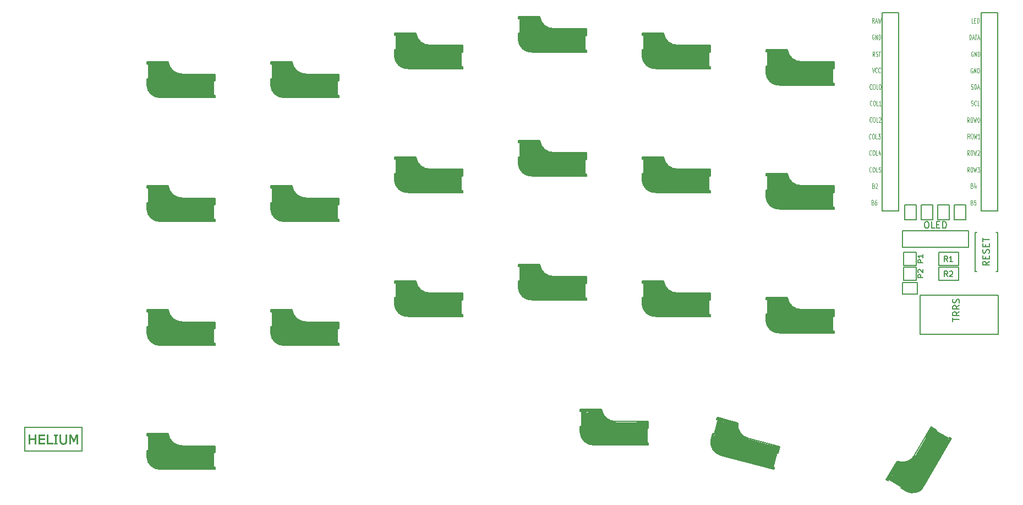
<source format=gto>
G04 #@! TF.GenerationSoftware,KiCad,Pcbnew,(5.1.0)-1*
G04 #@! TF.CreationDate,2019-06-07T23:15:03+02:00*
G04 #@! TF.ProjectId,prkbd,70726b62-642e-46b6-9963-61645f706362,1*
G04 #@! TF.SameCoordinates,Original*
G04 #@! TF.FileFunction,Legend,Top*
G04 #@! TF.FilePolarity,Positive*
%FSLAX46Y46*%
G04 Gerber Fmt 4.6, Leading zero omitted, Abs format (unit mm)*
G04 Created by KiCad (PCBNEW (5.1.0)-1) date 2019-06-07 23:15:03*
%MOMM*%
%LPD*%
G04 APERTURE LIST*
%ADD10C,0.010000*%
%ADD11C,0.400000*%
%ADD12C,0.500000*%
%ADD13C,1.000000*%
%ADD14C,0.150000*%
%ADD15C,3.500000*%
%ADD16C,3.000000*%
%ADD17C,0.800000*%
%ADD18C,0.300000*%
%ADD19C,0.125000*%
G04 APERTURE END LIST*
D10*
G36*
X57763439Y-135204691D02*
G01*
X48916561Y-135204691D01*
X48916561Y-131560222D01*
X48972201Y-131560222D01*
X48972201Y-135149050D01*
X57707798Y-135149050D01*
X57707798Y-131560222D01*
X48972201Y-131560222D01*
X48916561Y-131560222D01*
X48916561Y-131504582D01*
X57763439Y-131504582D01*
X57763439Y-135204691D01*
X57763439Y-135204691D01*
G37*
X57763439Y-135204691D02*
X48916561Y-135204691D01*
X48916561Y-131560222D01*
X48972201Y-131560222D01*
X48972201Y-135149050D01*
X57707798Y-135149050D01*
X57707798Y-131560222D01*
X48972201Y-131560222D01*
X48916561Y-131560222D01*
X48916561Y-131504582D01*
X57763439Y-131504582D01*
X57763439Y-135204691D01*
G36*
X54510556Y-133222489D02*
G01*
X54511227Y-133335190D01*
X54511869Y-133430906D01*
X54512544Y-133511200D01*
X54513316Y-133577634D01*
X54514245Y-133631770D01*
X54515394Y-133675170D01*
X54516825Y-133709398D01*
X54518600Y-133736014D01*
X54520782Y-133756582D01*
X54523432Y-133772663D01*
X54526613Y-133785820D01*
X54530386Y-133797614D01*
X54533799Y-133806922D01*
X54568141Y-133878578D01*
X54612066Y-133935477D01*
X54666433Y-133978120D01*
X54732104Y-134007006D01*
X54809938Y-134022637D01*
X54900796Y-134025511D01*
X54909304Y-134025176D01*
X54983364Y-134017950D01*
X55044420Y-134002565D01*
X55096777Y-133977517D01*
X55141601Y-133944088D01*
X55171283Y-133910097D01*
X55199538Y-133863740D01*
X55223243Y-133811118D01*
X55239276Y-133758335D01*
X55241010Y-133749811D01*
X55243002Y-133729648D01*
X55244808Y-133692407D01*
X55246402Y-133639552D01*
X55247759Y-133572551D01*
X55248856Y-133492871D01*
X55249666Y-133401979D01*
X55250167Y-133301340D01*
X55250332Y-133195722D01*
X55250332Y-132691584D01*
X55446307Y-132691584D01*
X55442872Y-133217853D01*
X55442115Y-133330295D01*
X55441385Y-133425818D01*
X55440620Y-133506048D01*
X55439754Y-133572612D01*
X55438725Y-133627138D01*
X55437467Y-133671252D01*
X55435916Y-133706581D01*
X55434010Y-133734753D01*
X55431683Y-133757394D01*
X55428871Y-133776131D01*
X55425511Y-133792592D01*
X55421539Y-133808403D01*
X55419300Y-133816584D01*
X55385126Y-133911690D01*
X55339366Y-133992369D01*
X55281789Y-134058856D01*
X55212167Y-134111384D01*
X55130269Y-134150190D01*
X55077975Y-134166268D01*
X55015069Y-134178550D01*
X54942978Y-134186559D01*
X54869317Y-134189837D01*
X54801702Y-134187922D01*
X54771711Y-134184758D01*
X54673239Y-134164198D01*
X54588219Y-134131987D01*
X54515181Y-134087485D01*
X54479843Y-134057781D01*
X54426226Y-133998134D01*
X54384310Y-133929601D01*
X54353191Y-133850068D01*
X54331959Y-133757423D01*
X54323440Y-133693212D01*
X54321463Y-133664517D01*
X54319621Y-133619570D01*
X54317957Y-133560666D01*
X54316510Y-133490098D01*
X54315322Y-133410163D01*
X54314432Y-133323154D01*
X54313883Y-133231366D01*
X54313713Y-133145001D01*
X54313713Y-132691584D01*
X54507478Y-132691584D01*
X54510556Y-133222489D01*
X54510556Y-133222489D01*
G37*
X54510556Y-133222489D02*
X54511227Y-133335190D01*
X54511869Y-133430906D01*
X54512544Y-133511200D01*
X54513316Y-133577634D01*
X54514245Y-133631770D01*
X54515394Y-133675170D01*
X54516825Y-133709398D01*
X54518600Y-133736014D01*
X54520782Y-133756582D01*
X54523432Y-133772663D01*
X54526613Y-133785820D01*
X54530386Y-133797614D01*
X54533799Y-133806922D01*
X54568141Y-133878578D01*
X54612066Y-133935477D01*
X54666433Y-133978120D01*
X54732104Y-134007006D01*
X54809938Y-134022637D01*
X54900796Y-134025511D01*
X54909304Y-134025176D01*
X54983364Y-134017950D01*
X55044420Y-134002565D01*
X55096777Y-133977517D01*
X55141601Y-133944088D01*
X55171283Y-133910097D01*
X55199538Y-133863740D01*
X55223243Y-133811118D01*
X55239276Y-133758335D01*
X55241010Y-133749811D01*
X55243002Y-133729648D01*
X55244808Y-133692407D01*
X55246402Y-133639552D01*
X55247759Y-133572551D01*
X55248856Y-133492871D01*
X55249666Y-133401979D01*
X55250167Y-133301340D01*
X55250332Y-133195722D01*
X55250332Y-132691584D01*
X55446307Y-132691584D01*
X55442872Y-133217853D01*
X55442115Y-133330295D01*
X55441385Y-133425818D01*
X55440620Y-133506048D01*
X55439754Y-133572612D01*
X55438725Y-133627138D01*
X55437467Y-133671252D01*
X55435916Y-133706581D01*
X55434010Y-133734753D01*
X55431683Y-133757394D01*
X55428871Y-133776131D01*
X55425511Y-133792592D01*
X55421539Y-133808403D01*
X55419300Y-133816584D01*
X55385126Y-133911690D01*
X55339366Y-133992369D01*
X55281789Y-134058856D01*
X55212167Y-134111384D01*
X55130269Y-134150190D01*
X55077975Y-134166268D01*
X55015069Y-134178550D01*
X54942978Y-134186559D01*
X54869317Y-134189837D01*
X54801702Y-134187922D01*
X54771711Y-134184758D01*
X54673239Y-134164198D01*
X54588219Y-134131987D01*
X54515181Y-134087485D01*
X54479843Y-134057781D01*
X54426226Y-133998134D01*
X54384310Y-133929601D01*
X54353191Y-133850068D01*
X54331959Y-133757423D01*
X54323440Y-133693212D01*
X54321463Y-133664517D01*
X54319621Y-133619570D01*
X54317957Y-133560666D01*
X54316510Y-133490098D01*
X54315322Y-133410163D01*
X54314432Y-133323154D01*
X54313883Y-133231366D01*
X54313713Y-133145001D01*
X54313713Y-132691584D01*
X54507478Y-132691584D01*
X54510556Y-133222489D01*
G36*
X49732625Y-133266538D02*
G01*
X50474501Y-133266538D01*
X50474501Y-132691584D01*
X50669244Y-132691584D01*
X50669244Y-134166064D01*
X50474501Y-134166064D01*
X50474501Y-133442734D01*
X49732625Y-133442734D01*
X49732625Y-134166064D01*
X49547156Y-134166064D01*
X49547156Y-132691584D01*
X49732625Y-132691584D01*
X49732625Y-133266538D01*
X49732625Y-133266538D01*
G37*
X49732625Y-133266538D02*
X50474501Y-133266538D01*
X50474501Y-132691584D01*
X50669244Y-132691584D01*
X50669244Y-134166064D01*
X50474501Y-134166064D01*
X50474501Y-133442734D01*
X49732625Y-133442734D01*
X49732625Y-134166064D01*
X49547156Y-134166064D01*
X49547156Y-132691584D01*
X49732625Y-132691584D01*
X49732625Y-133266538D01*
G36*
X52041716Y-132867780D02*
G01*
X51262745Y-132867780D01*
X51262745Y-133266538D01*
X52041716Y-133266538D01*
X52041716Y-133442734D01*
X51262745Y-133442734D01*
X51262745Y-133989868D01*
X52041716Y-133989868D01*
X52041716Y-134166064D01*
X51077276Y-134166064D01*
X51077276Y-132691584D01*
X52041716Y-132691584D01*
X52041716Y-132867780D01*
X52041716Y-132867780D01*
G37*
X52041716Y-132867780D02*
X51262745Y-132867780D01*
X51262745Y-133266538D01*
X52041716Y-133266538D01*
X52041716Y-133442734D01*
X51262745Y-133442734D01*
X51262745Y-133989868D01*
X52041716Y-133989868D01*
X52041716Y-134166064D01*
X51077276Y-134166064D01*
X51077276Y-132691584D01*
X52041716Y-132691584D01*
X52041716Y-132867780D01*
G36*
X52542482Y-133989868D02*
G01*
X53284359Y-133989868D01*
X53284359Y-134166064D01*
X52357013Y-134166064D01*
X52357013Y-132691584D01*
X52542482Y-132691584D01*
X52542482Y-133989868D01*
X52542482Y-133989868D01*
G37*
X52542482Y-133989868D02*
X53284359Y-133989868D01*
X53284359Y-134166064D01*
X52357013Y-134166064D01*
X52357013Y-132691584D01*
X52542482Y-132691584D01*
X52542482Y-133989868D01*
G36*
X53998415Y-132839959D02*
G01*
X53803673Y-132839959D01*
X53803673Y-134017688D01*
X53998415Y-134017688D01*
X53998415Y-134166064D01*
X53423461Y-134166064D01*
X53423461Y-134017688D01*
X53618203Y-134017688D01*
X53618203Y-132839959D01*
X53423461Y-132839959D01*
X53423461Y-132691584D01*
X53998415Y-132691584D01*
X53998415Y-132839959D01*
X53998415Y-132839959D01*
G37*
X53998415Y-132839959D02*
X53803673Y-132839959D01*
X53803673Y-134017688D01*
X53998415Y-134017688D01*
X53998415Y-134166064D01*
X53423461Y-134166064D01*
X53423461Y-134017688D01*
X53618203Y-134017688D01*
X53618203Y-132839959D01*
X53423461Y-132839959D01*
X53423461Y-132691584D01*
X53998415Y-132691584D01*
X53998415Y-132839959D01*
G36*
X55956073Y-132693648D02*
G01*
X56086859Y-132696221D01*
X56282138Y-133102295D01*
X56321011Y-133182686D01*
X56357601Y-133257496D01*
X56391107Y-133325153D01*
X56420733Y-133384085D01*
X56445679Y-133432720D01*
X56465147Y-133469485D01*
X56478338Y-133492808D01*
X56484455Y-133501118D01*
X56484656Y-133501054D01*
X56489913Y-133491404D01*
X56502160Y-133466598D01*
X56520603Y-133428314D01*
X56544446Y-133378228D01*
X56572893Y-133318018D01*
X56605150Y-133249362D01*
X56640420Y-133173936D01*
X56677185Y-133094979D01*
X56862475Y-132696221D01*
X56997659Y-132693655D01*
X57132844Y-132691088D01*
X57132844Y-134166064D01*
X56938101Y-134166064D01*
X56937981Y-133528514D01*
X56937860Y-132890963D01*
X56731646Y-133324472D01*
X56525432Y-133757980D01*
X56469325Y-133758006D01*
X56413217Y-133758032D01*
X56006119Y-132895514D01*
X56003736Y-133530789D01*
X56001354Y-134166064D01*
X55825286Y-134166064D01*
X55825286Y-132691075D01*
X55956073Y-132693648D01*
X55956073Y-132693648D01*
G37*
X55956073Y-132693648D02*
X56086859Y-132696221D01*
X56282138Y-133102295D01*
X56321011Y-133182686D01*
X56357601Y-133257496D01*
X56391107Y-133325153D01*
X56420733Y-133384085D01*
X56445679Y-133432720D01*
X56465147Y-133469485D01*
X56478338Y-133492808D01*
X56484455Y-133501118D01*
X56484656Y-133501054D01*
X56489913Y-133491404D01*
X56502160Y-133466598D01*
X56520603Y-133428314D01*
X56544446Y-133378228D01*
X56572893Y-133318018D01*
X56605150Y-133249362D01*
X56640420Y-133173936D01*
X56677185Y-133094979D01*
X56862475Y-132696221D01*
X56997659Y-132693655D01*
X57132844Y-132691088D01*
X57132844Y-134166064D01*
X56938101Y-134166064D01*
X56937981Y-133528514D01*
X56937860Y-132890963D01*
X56731646Y-133324472D01*
X56525432Y-133757980D01*
X56469325Y-133758006D01*
X56413217Y-133758032D01*
X56006119Y-132895514D01*
X56003736Y-133530789D01*
X56001354Y-134166064D01*
X55825286Y-134166064D01*
X55825286Y-132691075D01*
X55956073Y-132693648D01*
D11*
X173310000Y-76290000D02*
X173310000Y-75590000D01*
X173310000Y-78790000D02*
X171910000Y-78790000D01*
D12*
X163210000Y-73690000D02*
X165910000Y-73690000D01*
D13*
X165893682Y-73911471D02*
G75*
G03X168110000Y-75790000I2151318J291471D01*
G01*
D14*
X173510000Y-78640000D02*
X173510000Y-78990000D01*
X163009999Y-77090000D02*
G75*
G03X165110000Y-78990001I2000001J100000D01*
G01*
X166293682Y-73511471D02*
G75*
G03X168510000Y-75390000I2151318J291471D01*
G01*
X173510000Y-78990000D02*
X165110000Y-78990001D01*
X168510000Y-75390000D02*
X173510000Y-75390000D01*
X163010000Y-73490000D02*
X166290000Y-73490000D01*
X163010000Y-77090000D02*
X163010000Y-76090000D01*
X163010000Y-73490000D02*
X163010000Y-73850000D01*
X163210000Y-73850000D02*
X163010000Y-73850000D01*
X163240000Y-76090000D02*
X163240000Y-73850000D01*
X163010000Y-76090000D02*
X163210000Y-76090000D01*
X173310000Y-78640000D02*
X173510000Y-78640000D01*
X173290000Y-76390000D02*
X173290000Y-78640000D01*
X173510000Y-76390000D02*
X173310000Y-76390000D01*
X173510000Y-75390000D02*
X173510000Y-76390000D01*
D15*
X171510000Y-77190000D02*
X164810000Y-77190000D01*
D13*
X172810000Y-78390000D02*
X172810000Y-75890000D01*
D12*
X173210000Y-75690000D02*
X171810000Y-75690000D01*
D16*
X164740000Y-77490000D02*
X164740000Y-75250000D01*
D17*
X163610000Y-73990000D02*
X163610000Y-75790000D01*
D18*
X163110001Y-76190000D02*
X163110000Y-77089999D01*
X67860001Y-97145000D02*
X67860000Y-98044999D01*
D17*
X68360000Y-94945000D02*
X68360000Y-96745000D01*
D16*
X69490000Y-98445000D02*
X69490000Y-96205000D01*
D12*
X77960000Y-96645000D02*
X76560000Y-96645000D01*
D13*
X77560000Y-99345000D02*
X77560000Y-96845000D01*
D15*
X76260000Y-98145000D02*
X69560000Y-98145000D01*
D14*
X78260000Y-96345000D02*
X78260000Y-97345000D01*
X78260000Y-97345000D02*
X78060000Y-97345000D01*
X78040000Y-97345000D02*
X78040000Y-99595000D01*
X78060000Y-99595000D02*
X78260000Y-99595000D01*
X67760000Y-97045000D02*
X67960000Y-97045000D01*
X67990000Y-97045000D02*
X67990000Y-94805000D01*
X67960000Y-94805000D02*
X67760000Y-94805000D01*
X67760000Y-94445000D02*
X67760000Y-94805000D01*
X67760000Y-98045000D02*
X67760000Y-97045000D01*
X67760000Y-94445000D02*
X71040000Y-94445000D01*
X73260000Y-96345000D02*
X78260000Y-96345000D01*
X78260000Y-99945000D02*
X69860000Y-99945001D01*
X71043682Y-94466471D02*
G75*
G03X73260000Y-96345000I2151318J291471D01*
G01*
X67759999Y-98045000D02*
G75*
G03X69860000Y-99945001I2000001J100000D01*
G01*
X78260000Y-99595000D02*
X78260000Y-99945000D01*
D13*
X70643682Y-94866471D02*
G75*
G03X72860000Y-96745000I2151318J291471D01*
G01*
D12*
X67960000Y-94645000D02*
X70660000Y-94645000D01*
D11*
X78060000Y-99745000D02*
X76660000Y-99745000D01*
X78060000Y-97245000D02*
X78060000Y-96545000D01*
D14*
X198755000Y-111300000D02*
X198755000Y-117300000D01*
X198755000Y-117300000D02*
X186755000Y-117300000D01*
X186755000Y-117300000D02*
X186755000Y-111300000D01*
X186755000Y-111300000D02*
X198755000Y-111300000D01*
X184023000Y-103886000D02*
X184023000Y-101346000D01*
X194183000Y-101346000D02*
X194183000Y-103886000D01*
X184023000Y-101346000D02*
X194183000Y-101346000D01*
X184023000Y-103886000D02*
X194183000Y-103886000D01*
X184023000Y-111125000D02*
X184023000Y-109347000D01*
X186309000Y-111125000D02*
X184023000Y-111125000D01*
X186309000Y-109347000D02*
X186309000Y-111125000D01*
X184023000Y-109347000D02*
X186309000Y-109347000D01*
X193718354Y-99652090D02*
X191940354Y-99652090D01*
X193718354Y-97366090D02*
X193718354Y-99652090D01*
X191940354Y-97366090D02*
X193718354Y-97366090D01*
X191940354Y-99652090D02*
X191940354Y-97366090D01*
X189395377Y-99663869D02*
X189395377Y-97377869D01*
X189395377Y-97377869D02*
X191173377Y-97377869D01*
X191173377Y-97377869D02*
X191173377Y-99663869D01*
X191173377Y-99663869D02*
X189395377Y-99663869D01*
X188633377Y-99663869D02*
X186855377Y-99663869D01*
X188633377Y-97377869D02*
X188633377Y-99663869D01*
X186855377Y-97377869D02*
X188633377Y-97377869D01*
X186855377Y-99663869D02*
X186855377Y-97377869D01*
X184315377Y-99663869D02*
X184315377Y-97377869D01*
X184315377Y-97377869D02*
X186093377Y-97377869D01*
X186093377Y-97377869D02*
X186093377Y-99663869D01*
X186093377Y-99663869D02*
X184315377Y-99663869D01*
X184166000Y-104664000D02*
X184166000Y-106664000D01*
X186166000Y-104664000D02*
X184166000Y-104664000D01*
X186166000Y-106664000D02*
X186166000Y-104664000D01*
X184166000Y-106664000D02*
X186166000Y-106664000D01*
X184166000Y-108950000D02*
X186166000Y-108950000D01*
X186166000Y-108950000D02*
X186166000Y-106950000D01*
X186166000Y-106950000D02*
X184166000Y-106950000D01*
X184166000Y-106950000D02*
X184166000Y-108950000D01*
X189633860Y-106664760D02*
X192636140Y-106664760D01*
X189633860Y-104663240D02*
X189633860Y-106664760D01*
X192636140Y-104663240D02*
X189633860Y-104663240D01*
X192636140Y-106664760D02*
X192636140Y-104663240D01*
X192636140Y-108950760D02*
X192636140Y-106949240D01*
X192636140Y-106949240D02*
X189633860Y-106949240D01*
X189633860Y-106949240D02*
X189633860Y-108950760D01*
X189633860Y-108950760D02*
X192636140Y-108950760D01*
X198658679Y-107633437D02*
X198658679Y-101633437D01*
X198658679Y-101633437D02*
X198408679Y-101633437D01*
X198658679Y-107633437D02*
X198408679Y-107633437D01*
X195158679Y-107633437D02*
X195408679Y-107633437D01*
X195158679Y-107633437D02*
X195158679Y-101633437D01*
X195158679Y-101633437D02*
X195408679Y-101633437D01*
D18*
X67860001Y-78095000D02*
X67860000Y-78994999D01*
D17*
X68360000Y-75895000D02*
X68360000Y-77695000D01*
D16*
X69490000Y-79395000D02*
X69490000Y-77155000D01*
D12*
X77960000Y-77595000D02*
X76560000Y-77595000D01*
D13*
X77560000Y-80295000D02*
X77560000Y-77795000D01*
D15*
X76260000Y-79095000D02*
X69560000Y-79095000D01*
D14*
X78260000Y-77295000D02*
X78260000Y-78295000D01*
X78260000Y-78295000D02*
X78060000Y-78295000D01*
X78040000Y-78295000D02*
X78040000Y-80545000D01*
X78060000Y-80545000D02*
X78260000Y-80545000D01*
X67760000Y-77995000D02*
X67960000Y-77995000D01*
X67990000Y-77995000D02*
X67990000Y-75755000D01*
X67960000Y-75755000D02*
X67760000Y-75755000D01*
X67760000Y-75395000D02*
X67760000Y-75755000D01*
X67760000Y-78995000D02*
X67760000Y-77995000D01*
X67760000Y-75395000D02*
X71040000Y-75395000D01*
X73260000Y-77295000D02*
X78260000Y-77295000D01*
X78260000Y-80895000D02*
X69860000Y-80895001D01*
X71043682Y-75416471D02*
G75*
G03X73260000Y-77295000I2151318J291471D01*
G01*
X67759999Y-78995000D02*
G75*
G03X69860000Y-80895001I2000001J100000D01*
G01*
X78260000Y-80545000D02*
X78260000Y-80895000D01*
D13*
X70643682Y-75816471D02*
G75*
G03X72860000Y-77695000I2151318J291471D01*
G01*
D12*
X67960000Y-75595000D02*
X70660000Y-75595000D01*
D11*
X78060000Y-80695000D02*
X76660000Y-80695000D01*
X78060000Y-78195000D02*
X78060000Y-77495000D01*
D18*
X86910001Y-78095000D02*
X86910000Y-78994999D01*
D17*
X87410000Y-75895000D02*
X87410000Y-77695000D01*
D16*
X88540000Y-79395000D02*
X88540000Y-77155000D01*
D12*
X97010000Y-77595000D02*
X95610000Y-77595000D01*
D13*
X96610000Y-80295000D02*
X96610000Y-77795000D01*
D15*
X95310000Y-79095000D02*
X88610000Y-79095000D01*
D14*
X97310000Y-77295000D02*
X97310000Y-78295000D01*
X97310000Y-78295000D02*
X97110000Y-78295000D01*
X97090000Y-78295000D02*
X97090000Y-80545000D01*
X97110000Y-80545000D02*
X97310000Y-80545000D01*
X86810000Y-77995000D02*
X87010000Y-77995000D01*
X87040000Y-77995000D02*
X87040000Y-75755000D01*
X87010000Y-75755000D02*
X86810000Y-75755000D01*
X86810000Y-75395000D02*
X86810000Y-75755000D01*
X86810000Y-78995000D02*
X86810000Y-77995000D01*
X86810000Y-75395000D02*
X90090000Y-75395000D01*
X92310000Y-77295000D02*
X97310000Y-77295000D01*
X97310000Y-80895000D02*
X88910000Y-80895001D01*
X90093682Y-75416471D02*
G75*
G03X92310000Y-77295000I2151318J291471D01*
G01*
X86809999Y-78995000D02*
G75*
G03X88910000Y-80895001I2000001J100000D01*
G01*
X97310000Y-80545000D02*
X97310000Y-80895000D01*
D13*
X89693682Y-75816471D02*
G75*
G03X91910000Y-77695000I2151318J291471D01*
G01*
D12*
X87010000Y-75595000D02*
X89710000Y-75595000D01*
D11*
X97110000Y-80695000D02*
X95710000Y-80695000D01*
X97110000Y-78195000D02*
X97110000Y-77495000D01*
D18*
X105960001Y-73650000D02*
X105960000Y-74549999D01*
D17*
X106460000Y-71450000D02*
X106460000Y-73250000D01*
D16*
X107590000Y-74950000D02*
X107590000Y-72710000D01*
D12*
X116060000Y-73150000D02*
X114660000Y-73150000D01*
D13*
X115660000Y-75850000D02*
X115660000Y-73350000D01*
D15*
X114360000Y-74650000D02*
X107660000Y-74650000D01*
D14*
X116360000Y-72850000D02*
X116360000Y-73850000D01*
X116360000Y-73850000D02*
X116160000Y-73850000D01*
X116140000Y-73850000D02*
X116140000Y-76100000D01*
X116160000Y-76100000D02*
X116360000Y-76100000D01*
X105860000Y-73550000D02*
X106060000Y-73550000D01*
X106090000Y-73550000D02*
X106090000Y-71310000D01*
X106060000Y-71310000D02*
X105860000Y-71310000D01*
X105860000Y-70950000D02*
X105860000Y-71310000D01*
X105860000Y-74550000D02*
X105860000Y-73550000D01*
X105860000Y-70950000D02*
X109140000Y-70950000D01*
X111360000Y-72850000D02*
X116360000Y-72850000D01*
X116360000Y-76450000D02*
X107960000Y-76450001D01*
X109143682Y-70971471D02*
G75*
G03X111360000Y-72850000I2151318J291471D01*
G01*
X105859999Y-74550000D02*
G75*
G03X107960000Y-76450001I2000001J100000D01*
G01*
X116360000Y-76100000D02*
X116360000Y-76450000D01*
D13*
X108743682Y-71371471D02*
G75*
G03X110960000Y-73250000I2151318J291471D01*
G01*
D12*
X106060000Y-71150000D02*
X108760000Y-71150000D01*
D11*
X116160000Y-76250000D02*
X114760000Y-76250000D01*
X116160000Y-73750000D02*
X116160000Y-73050000D01*
X135210000Y-71210000D02*
X135210000Y-70510000D01*
X135210000Y-73710000D02*
X133810000Y-73710000D01*
D12*
X125110000Y-68610000D02*
X127810000Y-68610000D01*
D13*
X127793682Y-68831471D02*
G75*
G03X130010000Y-70710000I2151318J291471D01*
G01*
D14*
X135410000Y-73560000D02*
X135410000Y-73910000D01*
X124909999Y-72010000D02*
G75*
G03X127010000Y-73910001I2000001J100000D01*
G01*
X128193682Y-68431471D02*
G75*
G03X130410000Y-70310000I2151318J291471D01*
G01*
X135410000Y-73910000D02*
X127010000Y-73910001D01*
X130410000Y-70310000D02*
X135410000Y-70310000D01*
X124910000Y-68410000D02*
X128190000Y-68410000D01*
X124910000Y-72010000D02*
X124910000Y-71010000D01*
X124910000Y-68410000D02*
X124910000Y-68770000D01*
X125110000Y-68770000D02*
X124910000Y-68770000D01*
X125140000Y-71010000D02*
X125140000Y-68770000D01*
X124910000Y-71010000D02*
X125110000Y-71010000D01*
X135210000Y-73560000D02*
X135410000Y-73560000D01*
X135190000Y-71310000D02*
X135190000Y-73560000D01*
X135410000Y-71310000D02*
X135210000Y-71310000D01*
X135410000Y-70310000D02*
X135410000Y-71310000D01*
D15*
X133410000Y-72110000D02*
X126710000Y-72110000D01*
D13*
X134710000Y-73310000D02*
X134710000Y-70810000D01*
D12*
X135110000Y-70610000D02*
X133710000Y-70610000D01*
D16*
X126640000Y-72410000D02*
X126640000Y-70170000D01*
D17*
X125510000Y-68910000D02*
X125510000Y-70710000D01*
D18*
X125010001Y-71110000D02*
X125010000Y-72009999D01*
X144060001Y-73650000D02*
X144060000Y-74549999D01*
D17*
X144560000Y-71450000D02*
X144560000Y-73250000D01*
D16*
X145690000Y-74950000D02*
X145690000Y-72710000D01*
D12*
X154160000Y-73150000D02*
X152760000Y-73150000D01*
D13*
X153760000Y-75850000D02*
X153760000Y-73350000D01*
D15*
X152460000Y-74650000D02*
X145760000Y-74650000D01*
D14*
X154460000Y-72850000D02*
X154460000Y-73850000D01*
X154460000Y-73850000D02*
X154260000Y-73850000D01*
X154240000Y-73850000D02*
X154240000Y-76100000D01*
X154260000Y-76100000D02*
X154460000Y-76100000D01*
X143960000Y-73550000D02*
X144160000Y-73550000D01*
X144190000Y-73550000D02*
X144190000Y-71310000D01*
X144160000Y-71310000D02*
X143960000Y-71310000D01*
X143960000Y-70950000D02*
X143960000Y-71310000D01*
X143960000Y-74550000D02*
X143960000Y-73550000D01*
X143960000Y-70950000D02*
X147240000Y-70950000D01*
X149460000Y-72850000D02*
X154460000Y-72850000D01*
X154460000Y-76450000D02*
X146060000Y-76450001D01*
X147243682Y-70971471D02*
G75*
G03X149460000Y-72850000I2151318J291471D01*
G01*
X143959999Y-74550000D02*
G75*
G03X146060000Y-76450001I2000001J100000D01*
G01*
X154460000Y-76100000D02*
X154460000Y-76450000D01*
D13*
X146843682Y-71371471D02*
G75*
G03X149060000Y-73250000I2151318J291471D01*
G01*
D12*
X144160000Y-71150000D02*
X146860000Y-71150000D01*
D11*
X154260000Y-76250000D02*
X152860000Y-76250000D01*
X154260000Y-73750000D02*
X154260000Y-73050000D01*
D18*
X86910001Y-97145000D02*
X86910000Y-98044999D01*
D17*
X87410000Y-94945000D02*
X87410000Y-96745000D01*
D16*
X88540000Y-98445000D02*
X88540000Y-96205000D01*
D12*
X97010000Y-96645000D02*
X95610000Y-96645000D01*
D13*
X96610000Y-99345000D02*
X96610000Y-96845000D01*
D15*
X95310000Y-98145000D02*
X88610000Y-98145000D01*
D14*
X97310000Y-96345000D02*
X97310000Y-97345000D01*
X97310000Y-97345000D02*
X97110000Y-97345000D01*
X97090000Y-97345000D02*
X97090000Y-99595000D01*
X97110000Y-99595000D02*
X97310000Y-99595000D01*
X86810000Y-97045000D02*
X87010000Y-97045000D01*
X87040000Y-97045000D02*
X87040000Y-94805000D01*
X87010000Y-94805000D02*
X86810000Y-94805000D01*
X86810000Y-94445000D02*
X86810000Y-94805000D01*
X86810000Y-98045000D02*
X86810000Y-97045000D01*
X86810000Y-94445000D02*
X90090000Y-94445000D01*
X92310000Y-96345000D02*
X97310000Y-96345000D01*
X97310000Y-99945000D02*
X88910000Y-99945001D01*
X90093682Y-94466471D02*
G75*
G03X92310000Y-96345000I2151318J291471D01*
G01*
X86809999Y-98045000D02*
G75*
G03X88910000Y-99945001I2000001J100000D01*
G01*
X97310000Y-99595000D02*
X97310000Y-99945000D01*
D13*
X89693682Y-94866471D02*
G75*
G03X91910000Y-96745000I2151318J291471D01*
G01*
D12*
X87010000Y-94645000D02*
X89710000Y-94645000D01*
D11*
X97110000Y-99745000D02*
X95710000Y-99745000D01*
X97110000Y-97245000D02*
X97110000Y-96545000D01*
X116160000Y-92800000D02*
X116160000Y-92100000D01*
X116160000Y-95300000D02*
X114760000Y-95300000D01*
D12*
X106060000Y-90200000D02*
X108760000Y-90200000D01*
D13*
X108743682Y-90421471D02*
G75*
G03X110960000Y-92300000I2151318J291471D01*
G01*
D14*
X116360000Y-95150000D02*
X116360000Y-95500000D01*
X105859999Y-93600000D02*
G75*
G03X107960000Y-95500001I2000001J100000D01*
G01*
X109143682Y-90021471D02*
G75*
G03X111360000Y-91900000I2151318J291471D01*
G01*
X116360000Y-95500000D02*
X107960000Y-95500001D01*
X111360000Y-91900000D02*
X116360000Y-91900000D01*
X105860000Y-90000000D02*
X109140000Y-90000000D01*
X105860000Y-93600000D02*
X105860000Y-92600000D01*
X105860000Y-90000000D02*
X105860000Y-90360000D01*
X106060000Y-90360000D02*
X105860000Y-90360000D01*
X106090000Y-92600000D02*
X106090000Y-90360000D01*
X105860000Y-92600000D02*
X106060000Y-92600000D01*
X116160000Y-95150000D02*
X116360000Y-95150000D01*
X116140000Y-92900000D02*
X116140000Y-95150000D01*
X116360000Y-92900000D02*
X116160000Y-92900000D01*
X116360000Y-91900000D02*
X116360000Y-92900000D01*
D15*
X114360000Y-93700000D02*
X107660000Y-93700000D01*
D13*
X115660000Y-94900000D02*
X115660000Y-92400000D01*
D12*
X116060000Y-92200000D02*
X114660000Y-92200000D01*
D16*
X107590000Y-94000000D02*
X107590000Y-91760000D01*
D17*
X106460000Y-90500000D02*
X106460000Y-92300000D01*
D18*
X105960001Y-92700000D02*
X105960000Y-93599999D01*
X125010001Y-90160000D02*
X125010000Y-91059999D01*
D17*
X125510000Y-87960000D02*
X125510000Y-89760000D01*
D16*
X126640000Y-91460000D02*
X126640000Y-89220000D01*
D12*
X135110000Y-89660000D02*
X133710000Y-89660000D01*
D13*
X134710000Y-92360000D02*
X134710000Y-89860000D01*
D15*
X133410000Y-91160000D02*
X126710000Y-91160000D01*
D14*
X135410000Y-89360000D02*
X135410000Y-90360000D01*
X135410000Y-90360000D02*
X135210000Y-90360000D01*
X135190000Y-90360000D02*
X135190000Y-92610000D01*
X135210000Y-92610000D02*
X135410000Y-92610000D01*
X124910000Y-90060000D02*
X125110000Y-90060000D01*
X125140000Y-90060000D02*
X125140000Y-87820000D01*
X125110000Y-87820000D02*
X124910000Y-87820000D01*
X124910000Y-87460000D02*
X124910000Y-87820000D01*
X124910000Y-91060000D02*
X124910000Y-90060000D01*
X124910000Y-87460000D02*
X128190000Y-87460000D01*
X130410000Y-89360000D02*
X135410000Y-89360000D01*
X135410000Y-92960000D02*
X127010000Y-92960001D01*
X128193682Y-87481471D02*
G75*
G03X130410000Y-89360000I2151318J291471D01*
G01*
X124909999Y-91060000D02*
G75*
G03X127010000Y-92960001I2000001J100000D01*
G01*
X135410000Y-92610000D02*
X135410000Y-92960000D01*
D13*
X127793682Y-87881471D02*
G75*
G03X130010000Y-89760000I2151318J291471D01*
G01*
D12*
X125110000Y-87660000D02*
X127810000Y-87660000D01*
D11*
X135210000Y-92760000D02*
X133810000Y-92760000D01*
X135210000Y-90260000D02*
X135210000Y-89560000D01*
D18*
X144060001Y-92700000D02*
X144060000Y-93599999D01*
D17*
X144560000Y-90500000D02*
X144560000Y-92300000D01*
D16*
X145690000Y-94000000D02*
X145690000Y-91760000D01*
D12*
X154160000Y-92200000D02*
X152760000Y-92200000D01*
D13*
X153760000Y-94900000D02*
X153760000Y-92400000D01*
D15*
X152460000Y-93700000D02*
X145760000Y-93700000D01*
D14*
X154460000Y-91900000D02*
X154460000Y-92900000D01*
X154460000Y-92900000D02*
X154260000Y-92900000D01*
X154240000Y-92900000D02*
X154240000Y-95150000D01*
X154260000Y-95150000D02*
X154460000Y-95150000D01*
X143960000Y-92600000D02*
X144160000Y-92600000D01*
X144190000Y-92600000D02*
X144190000Y-90360000D01*
X144160000Y-90360000D02*
X143960000Y-90360000D01*
X143960000Y-90000000D02*
X143960000Y-90360000D01*
X143960000Y-93600000D02*
X143960000Y-92600000D01*
X143960000Y-90000000D02*
X147240000Y-90000000D01*
X149460000Y-91900000D02*
X154460000Y-91900000D01*
X154460000Y-95500000D02*
X146060000Y-95500001D01*
X147243682Y-90021471D02*
G75*
G03X149460000Y-91900000I2151318J291471D01*
G01*
X143959999Y-93600000D02*
G75*
G03X146060000Y-95500001I2000001J100000D01*
G01*
X154460000Y-95150000D02*
X154460000Y-95500000D01*
D13*
X146843682Y-90421471D02*
G75*
G03X149060000Y-92300000I2151318J291471D01*
G01*
D12*
X144160000Y-90200000D02*
X146860000Y-90200000D01*
D11*
X154260000Y-95300000D02*
X152860000Y-95300000D01*
X154260000Y-92800000D02*
X154260000Y-92100000D01*
X173310000Y-95340000D02*
X173310000Y-94640000D01*
X173310000Y-97840000D02*
X171910000Y-97840000D01*
D12*
X163210000Y-92740000D02*
X165910000Y-92740000D01*
D13*
X165893682Y-92961471D02*
G75*
G03X168110000Y-94840000I2151318J291471D01*
G01*
D14*
X173510000Y-97690000D02*
X173510000Y-98040000D01*
X163009999Y-96140000D02*
G75*
G03X165110000Y-98040001I2000001J100000D01*
G01*
X166293682Y-92561471D02*
G75*
G03X168510000Y-94440000I2151318J291471D01*
G01*
X173510000Y-98040000D02*
X165110000Y-98040001D01*
X168510000Y-94440000D02*
X173510000Y-94440000D01*
X163010000Y-92540000D02*
X166290000Y-92540000D01*
X163010000Y-96140000D02*
X163010000Y-95140000D01*
X163010000Y-92540000D02*
X163010000Y-92900000D01*
X163210000Y-92900000D02*
X163010000Y-92900000D01*
X163240000Y-95140000D02*
X163240000Y-92900000D01*
X163010000Y-95140000D02*
X163210000Y-95140000D01*
X173310000Y-97690000D02*
X173510000Y-97690000D01*
X173290000Y-95440000D02*
X173290000Y-97690000D01*
X173510000Y-95440000D02*
X173310000Y-95440000D01*
X173510000Y-94440000D02*
X173510000Y-95440000D01*
D15*
X171510000Y-96240000D02*
X164810000Y-96240000D01*
D13*
X172810000Y-97440000D02*
X172810000Y-94940000D01*
D12*
X173210000Y-94740000D02*
X171810000Y-94740000D01*
D16*
X164740000Y-96540000D02*
X164740000Y-94300000D01*
D17*
X163610000Y-93040000D02*
X163610000Y-94840000D01*
D18*
X163110001Y-95240000D02*
X163110000Y-96139999D01*
X67860001Y-116195000D02*
X67860000Y-117094999D01*
D17*
X68360000Y-113995000D02*
X68360000Y-115795000D01*
D16*
X69490000Y-117495000D02*
X69490000Y-115255000D01*
D12*
X77960000Y-115695000D02*
X76560000Y-115695000D01*
D13*
X77560000Y-118395000D02*
X77560000Y-115895000D01*
D15*
X76260000Y-117195000D02*
X69560000Y-117195000D01*
D14*
X78260000Y-115395000D02*
X78260000Y-116395000D01*
X78260000Y-116395000D02*
X78060000Y-116395000D01*
X78040000Y-116395000D02*
X78040000Y-118645000D01*
X78060000Y-118645000D02*
X78260000Y-118645000D01*
X67760000Y-116095000D02*
X67960000Y-116095000D01*
X67990000Y-116095000D02*
X67990000Y-113855000D01*
X67960000Y-113855000D02*
X67760000Y-113855000D01*
X67760000Y-113495000D02*
X67760000Y-113855000D01*
X67760000Y-117095000D02*
X67760000Y-116095000D01*
X67760000Y-113495000D02*
X71040000Y-113495000D01*
X73260000Y-115395000D02*
X78260000Y-115395000D01*
X78260000Y-118995000D02*
X69860000Y-118995001D01*
X71043682Y-113516471D02*
G75*
G03X73260000Y-115395000I2151318J291471D01*
G01*
X67759999Y-117095000D02*
G75*
G03X69860000Y-118995001I2000001J100000D01*
G01*
X78260000Y-118645000D02*
X78260000Y-118995000D01*
D13*
X70643682Y-113916471D02*
G75*
G03X72860000Y-115795000I2151318J291471D01*
G01*
D12*
X67960000Y-113695000D02*
X70660000Y-113695000D01*
D11*
X78060000Y-118795000D02*
X76660000Y-118795000D01*
X78060000Y-116295000D02*
X78060000Y-115595000D01*
D18*
X86910001Y-116195000D02*
X86910000Y-117094999D01*
D17*
X87410000Y-113995000D02*
X87410000Y-115795000D01*
D16*
X88540000Y-117495000D02*
X88540000Y-115255000D01*
D12*
X97010000Y-115695000D02*
X95610000Y-115695000D01*
D13*
X96610000Y-118395000D02*
X96610000Y-115895000D01*
D15*
X95310000Y-117195000D02*
X88610000Y-117195000D01*
D14*
X97310000Y-115395000D02*
X97310000Y-116395000D01*
X97310000Y-116395000D02*
X97110000Y-116395000D01*
X97090000Y-116395000D02*
X97090000Y-118645000D01*
X97110000Y-118645000D02*
X97310000Y-118645000D01*
X86810000Y-116095000D02*
X87010000Y-116095000D01*
X87040000Y-116095000D02*
X87040000Y-113855000D01*
X87010000Y-113855000D02*
X86810000Y-113855000D01*
X86810000Y-113495000D02*
X86810000Y-113855000D01*
X86810000Y-117095000D02*
X86810000Y-116095000D01*
X86810000Y-113495000D02*
X90090000Y-113495000D01*
X92310000Y-115395000D02*
X97310000Y-115395000D01*
X97310000Y-118995000D02*
X88910000Y-118995001D01*
X90093682Y-113516471D02*
G75*
G03X92310000Y-115395000I2151318J291471D01*
G01*
X86809999Y-117095000D02*
G75*
G03X88910000Y-118995001I2000001J100000D01*
G01*
X97310000Y-118645000D02*
X97310000Y-118995000D01*
D13*
X89693682Y-113916471D02*
G75*
G03X91910000Y-115795000I2151318J291471D01*
G01*
D12*
X87010000Y-113695000D02*
X89710000Y-113695000D01*
D11*
X97110000Y-118795000D02*
X95710000Y-118795000D01*
X97110000Y-116295000D02*
X97110000Y-115595000D01*
D18*
X105960001Y-111750000D02*
X105960000Y-112649999D01*
D17*
X106460000Y-109550000D02*
X106460000Y-111350000D01*
D16*
X107590000Y-113050000D02*
X107590000Y-110810000D01*
D12*
X116060000Y-111250000D02*
X114660000Y-111250000D01*
D13*
X115660000Y-113950000D02*
X115660000Y-111450000D01*
D15*
X114360000Y-112750000D02*
X107660000Y-112750000D01*
D14*
X116360000Y-110950000D02*
X116360000Y-111950000D01*
X116360000Y-111950000D02*
X116160000Y-111950000D01*
X116140000Y-111950000D02*
X116140000Y-114200000D01*
X116160000Y-114200000D02*
X116360000Y-114200000D01*
X105860000Y-111650000D02*
X106060000Y-111650000D01*
X106090000Y-111650000D02*
X106090000Y-109410000D01*
X106060000Y-109410000D02*
X105860000Y-109410000D01*
X105860000Y-109050000D02*
X105860000Y-109410000D01*
X105860000Y-112650000D02*
X105860000Y-111650000D01*
X105860000Y-109050000D02*
X109140000Y-109050000D01*
X111360000Y-110950000D02*
X116360000Y-110950000D01*
X116360000Y-114550000D02*
X107960000Y-114550001D01*
X109143682Y-109071471D02*
G75*
G03X111360000Y-110950000I2151318J291471D01*
G01*
X105859999Y-112650000D02*
G75*
G03X107960000Y-114550001I2000001J100000D01*
G01*
X116360000Y-114200000D02*
X116360000Y-114550000D01*
D13*
X108743682Y-109471471D02*
G75*
G03X110960000Y-111350000I2151318J291471D01*
G01*
D12*
X106060000Y-109250000D02*
X108760000Y-109250000D01*
D11*
X116160000Y-114350000D02*
X114760000Y-114350000D01*
X116160000Y-111850000D02*
X116160000Y-111150000D01*
X135210000Y-109310000D02*
X135210000Y-108610000D01*
X135210000Y-111810000D02*
X133810000Y-111810000D01*
D12*
X125110000Y-106710000D02*
X127810000Y-106710000D01*
D13*
X127793682Y-106931471D02*
G75*
G03X130010000Y-108810000I2151318J291471D01*
G01*
D14*
X135410000Y-111660000D02*
X135410000Y-112010000D01*
X124909999Y-110110000D02*
G75*
G03X127010000Y-112010001I2000001J100000D01*
G01*
X128193682Y-106531471D02*
G75*
G03X130410000Y-108410000I2151318J291471D01*
G01*
X135410000Y-112010000D02*
X127010000Y-112010001D01*
X130410000Y-108410000D02*
X135410000Y-108410000D01*
X124910000Y-106510000D02*
X128190000Y-106510000D01*
X124910000Y-110110000D02*
X124910000Y-109110000D01*
X124910000Y-106510000D02*
X124910000Y-106870000D01*
X125110000Y-106870000D02*
X124910000Y-106870000D01*
X125140000Y-109110000D02*
X125140000Y-106870000D01*
X124910000Y-109110000D02*
X125110000Y-109110000D01*
X135210000Y-111660000D02*
X135410000Y-111660000D01*
X135190000Y-109410000D02*
X135190000Y-111660000D01*
X135410000Y-109410000D02*
X135210000Y-109410000D01*
X135410000Y-108410000D02*
X135410000Y-109410000D01*
D15*
X133410000Y-110210000D02*
X126710000Y-110210000D01*
D13*
X134710000Y-111410000D02*
X134710000Y-108910000D01*
D12*
X135110000Y-108710000D02*
X133710000Y-108710000D01*
D16*
X126640000Y-110510000D02*
X126640000Y-108270000D01*
D17*
X125510000Y-107010000D02*
X125510000Y-108810000D01*
D18*
X125010001Y-109210000D02*
X125010000Y-110109999D01*
D11*
X154260000Y-111850000D02*
X154260000Y-111150000D01*
X154260000Y-114350000D02*
X152860000Y-114350000D01*
D12*
X144160000Y-109250000D02*
X146860000Y-109250000D01*
D13*
X146843682Y-109471471D02*
G75*
G03X149060000Y-111350000I2151318J291471D01*
G01*
D14*
X154460000Y-114200000D02*
X154460000Y-114550000D01*
X143959999Y-112650000D02*
G75*
G03X146060000Y-114550001I2000001J100000D01*
G01*
X147243682Y-109071471D02*
G75*
G03X149460000Y-110950000I2151318J291471D01*
G01*
X154460000Y-114550000D02*
X146060000Y-114550001D01*
X149460000Y-110950000D02*
X154460000Y-110950000D01*
X143960000Y-109050000D02*
X147240000Y-109050000D01*
X143960000Y-112650000D02*
X143960000Y-111650000D01*
X143960000Y-109050000D02*
X143960000Y-109410000D01*
X144160000Y-109410000D02*
X143960000Y-109410000D01*
X144190000Y-111650000D02*
X144190000Y-109410000D01*
X143960000Y-111650000D02*
X144160000Y-111650000D01*
X154260000Y-114200000D02*
X154460000Y-114200000D01*
X154240000Y-111950000D02*
X154240000Y-114200000D01*
X154460000Y-111950000D02*
X154260000Y-111950000D01*
X154460000Y-110950000D02*
X154460000Y-111950000D01*
D15*
X152460000Y-112750000D02*
X145760000Y-112750000D01*
D13*
X153760000Y-113950000D02*
X153760000Y-111450000D01*
D12*
X154160000Y-111250000D02*
X152760000Y-111250000D01*
D16*
X145690000Y-113050000D02*
X145690000Y-110810000D01*
D17*
X144560000Y-109550000D02*
X144560000Y-111350000D01*
D18*
X144060001Y-111750000D02*
X144060000Y-112649999D01*
D11*
X173310000Y-114390000D02*
X173310000Y-113690000D01*
X173310000Y-116890000D02*
X171910000Y-116890000D01*
D12*
X163210000Y-111790000D02*
X165910000Y-111790000D01*
D13*
X165893682Y-112011471D02*
G75*
G03X168110000Y-113890000I2151318J291471D01*
G01*
D14*
X173510000Y-116740000D02*
X173510000Y-117090000D01*
X163009999Y-115190000D02*
G75*
G03X165110000Y-117090001I2000001J100000D01*
G01*
X166293682Y-111611471D02*
G75*
G03X168510000Y-113490000I2151318J291471D01*
G01*
X173510000Y-117090000D02*
X165110000Y-117090001D01*
X168510000Y-113490000D02*
X173510000Y-113490000D01*
X163010000Y-111590000D02*
X166290000Y-111590000D01*
X163010000Y-115190000D02*
X163010000Y-114190000D01*
X163010000Y-111590000D02*
X163010000Y-111950000D01*
X163210000Y-111950000D02*
X163010000Y-111950000D01*
X163240000Y-114190000D02*
X163240000Y-111950000D01*
X163010000Y-114190000D02*
X163210000Y-114190000D01*
X173310000Y-116740000D02*
X173510000Y-116740000D01*
X173290000Y-114490000D02*
X173290000Y-116740000D01*
X173510000Y-114490000D02*
X173310000Y-114490000D01*
X173510000Y-113490000D02*
X173510000Y-114490000D01*
D15*
X171510000Y-115290000D02*
X164810000Y-115290000D01*
D13*
X172810000Y-116490000D02*
X172810000Y-113990000D01*
D12*
X173210000Y-113790000D02*
X171810000Y-113790000D01*
D16*
X164740000Y-115590000D02*
X164740000Y-113350000D01*
D17*
X163610000Y-112090000D02*
X163610000Y-113890000D01*
D18*
X163110001Y-114290000D02*
X163110000Y-115189999D01*
D11*
X78060000Y-135345000D02*
X78060000Y-134645000D01*
X78060000Y-137845000D02*
X76660000Y-137845000D01*
D12*
X67960000Y-132745000D02*
X70660000Y-132745000D01*
D13*
X70643682Y-132966471D02*
G75*
G03X72860000Y-134845000I2151318J291471D01*
G01*
D14*
X78260000Y-137695000D02*
X78260000Y-138045000D01*
X67759999Y-136145000D02*
G75*
G03X69860000Y-138045001I2000001J100000D01*
G01*
X71043682Y-132566471D02*
G75*
G03X73260000Y-134445000I2151318J291471D01*
G01*
X78260000Y-138045000D02*
X69860000Y-138045001D01*
X73260000Y-134445000D02*
X78260000Y-134445000D01*
X67760000Y-132545000D02*
X71040000Y-132545000D01*
X67760000Y-136145000D02*
X67760000Y-135145000D01*
X67760000Y-132545000D02*
X67760000Y-132905000D01*
X67960000Y-132905000D02*
X67760000Y-132905000D01*
X67990000Y-135145000D02*
X67990000Y-132905000D01*
X67760000Y-135145000D02*
X67960000Y-135145000D01*
X78060000Y-137695000D02*
X78260000Y-137695000D01*
X78040000Y-135445000D02*
X78040000Y-137695000D01*
X78260000Y-135445000D02*
X78060000Y-135445000D01*
X78260000Y-134445000D02*
X78260000Y-135445000D01*
D15*
X76260000Y-136245000D02*
X69560000Y-136245000D01*
D13*
X77560000Y-137445000D02*
X77560000Y-134945000D01*
D12*
X77960000Y-134745000D02*
X76560000Y-134745000D01*
D16*
X69490000Y-136545000D02*
X69490000Y-134305000D01*
D17*
X68360000Y-133045000D02*
X68360000Y-134845000D01*
D18*
X67860001Y-135245000D02*
X67860000Y-136144999D01*
D11*
X144735000Y-131600000D02*
X144735000Y-130900000D01*
X144735000Y-134100000D02*
X143335000Y-134100000D01*
D12*
X134635000Y-129000000D02*
X137335000Y-129000000D01*
D13*
X137318682Y-129221471D02*
G75*
G03X139535000Y-131100000I2151318J291471D01*
G01*
D14*
X144935000Y-133950000D02*
X144935000Y-134300000D01*
X134434999Y-132400000D02*
G75*
G03X136535000Y-134300001I2000001J100000D01*
G01*
X137718682Y-128821471D02*
G75*
G03X139935000Y-130700000I2151318J291471D01*
G01*
X144935000Y-134300000D02*
X136535000Y-134300001D01*
X139935000Y-130700000D02*
X144935000Y-130700000D01*
X134435000Y-128800000D02*
X137715000Y-128800000D01*
X134435000Y-132400000D02*
X134435000Y-131400000D01*
X134435000Y-128800000D02*
X134435000Y-129160000D01*
X134635000Y-129160000D02*
X134435000Y-129160000D01*
X134665000Y-131400000D02*
X134665000Y-129160000D01*
X134435000Y-131400000D02*
X134635000Y-131400000D01*
X144735000Y-133950000D02*
X144935000Y-133950000D01*
X144715000Y-131700000D02*
X144715000Y-133950000D01*
X144935000Y-131700000D02*
X144735000Y-131700000D01*
X144935000Y-130700000D02*
X144935000Y-131700000D01*
D15*
X142935000Y-132500000D02*
X136235000Y-132500000D01*
D13*
X144235000Y-133700000D02*
X144235000Y-131200000D01*
D12*
X144635000Y-131000000D02*
X143235000Y-131000000D01*
D16*
X136165000Y-132800000D02*
X136165000Y-130560000D01*
D17*
X135035000Y-129300000D02*
X135035000Y-131100000D01*
D18*
X134535001Y-131500000D02*
X134535000Y-132399999D01*
X154904119Y-132669368D02*
X154671181Y-133538700D01*
D17*
X155956483Y-130673740D02*
X155490608Y-132412407D01*
D16*
X156142112Y-134346946D02*
X156721867Y-132183272D01*
D12*
X164789378Y-134800477D02*
X163437082Y-134438130D01*
D13*
X163704196Y-137304949D02*
X164351244Y-134890135D01*
D15*
X162759076Y-135809373D02*
X156287373Y-134075286D01*
D14*
X165156802Y-134588345D02*
X164897983Y-135554271D01*
X164897983Y-135554271D02*
X164704797Y-135502507D01*
X164685479Y-135497331D02*
X164103136Y-137670664D01*
X164122455Y-137675840D02*
X164315640Y-137727604D01*
X154833407Y-132546893D02*
X155026592Y-132598657D01*
X155055570Y-132606422D02*
X155635325Y-130442748D01*
X155606347Y-130434983D02*
X155413162Y-130383219D01*
X155506337Y-130035486D02*
X155413162Y-130383219D01*
X154574588Y-133512819D02*
X154833407Y-132546893D01*
X155506337Y-130035486D02*
X158674573Y-130884413D01*
X160327173Y-133294250D02*
X165156802Y-134588345D01*
X164225053Y-138065678D02*
X156111276Y-135891599D01*
X158672573Y-130906105D02*
G75*
G03X160327173Y-133294250I2153452J-275263D01*
G01*
X154574588Y-133512819D02*
G75*
G03X156111276Y-135891599I1957734J-421046D01*
G01*
X164315640Y-137727604D02*
X164225053Y-138065678D01*
D13*
X158182674Y-131188947D02*
G75*
G03X159837275Y-133577093I2153453J-275263D01*
G01*
D12*
X155647758Y-130280435D02*
X158255758Y-130979246D01*
D11*
X164083632Y-137820729D02*
X162731336Y-137458382D01*
X164730679Y-135405915D02*
X164911853Y-134729766D01*
X189092499Y-132124488D02*
X188486281Y-131774488D01*
X191257563Y-133374488D02*
X190557563Y-134586924D01*
D12*
X181790833Y-139571345D02*
X183140833Y-137233076D01*
D13*
X183324473Y-137357943D02*
G75*
G03X186059486Y-136377820I823238J2008831D01*
G01*
D14*
X191227659Y-133126283D02*
X191530768Y-133301283D01*
X184635319Y-141444551D02*
G75*
G03X187330769Y-140575897I913398J1782052D01*
G01*
X183178063Y-136811533D02*
G75*
G03X185913076Y-135831410I823238J2008831D01*
G01*
X191530768Y-133301283D02*
X187330769Y-140575897D01*
X185913076Y-135831410D02*
X188413076Y-131501283D01*
X181517628Y-139644550D02*
X183157628Y-136803987D01*
X184635319Y-141444550D02*
X183769294Y-140944550D01*
X181517628Y-139644550D02*
X181829397Y-139824550D01*
X181929397Y-139651345D02*
X181829397Y-139824550D01*
X183884294Y-140745364D02*
X181944397Y-139625364D01*
X183769294Y-140944550D02*
X183869294Y-140771345D01*
X191127659Y-133299488D02*
X191227659Y-133126283D01*
X189169102Y-132191809D02*
X191117659Y-133316809D01*
X189279102Y-132001283D02*
X189179102Y-132174488D01*
X188413076Y-131501283D02*
X189279102Y-132001283D01*
D15*
X188971922Y-134133334D02*
X185621922Y-139935704D01*
D13*
X190661152Y-133607501D02*
X188496089Y-132357501D01*
D12*
X188522884Y-131911091D02*
X187822884Y-133123526D01*
D16*
X185846730Y-140146326D02*
X183906833Y-139026326D01*
D17*
X182250641Y-139374935D02*
X183809486Y-140274935D01*
D18*
X183905897Y-140907946D02*
X184685319Y-141357947D01*
D14*
X196101272Y-98298000D02*
X196101272Y-67818000D01*
X198641272Y-98298000D02*
X196101272Y-98298000D01*
X198641272Y-67818000D02*
X198641272Y-98298000D01*
X196101272Y-67818000D02*
X198641272Y-67818000D01*
X180881272Y-98298000D02*
X180881272Y-67818000D01*
X183421272Y-98298000D02*
X180881272Y-98298000D01*
X183421272Y-67818000D02*
X183421272Y-98298000D01*
X180881272Y-67818000D02*
X183421272Y-67818000D01*
X191757380Y-115311904D02*
X191757380Y-114740476D01*
X192757380Y-115026190D02*
X191757380Y-115026190D01*
X192757380Y-113835714D02*
X192281190Y-114169047D01*
X192757380Y-114407142D02*
X191757380Y-114407142D01*
X191757380Y-114026190D01*
X191805000Y-113930952D01*
X191852619Y-113883333D01*
X191947857Y-113835714D01*
X192090714Y-113835714D01*
X192185952Y-113883333D01*
X192233571Y-113930952D01*
X192281190Y-114026190D01*
X192281190Y-114407142D01*
X192757380Y-112835714D02*
X192281190Y-113169047D01*
X192757380Y-113407142D02*
X191757380Y-113407142D01*
X191757380Y-113026190D01*
X191805000Y-112930952D01*
X191852619Y-112883333D01*
X191947857Y-112835714D01*
X192090714Y-112835714D01*
X192185952Y-112883333D01*
X192233571Y-112930952D01*
X192281190Y-113026190D01*
X192281190Y-113407142D01*
X192709761Y-112454761D02*
X192757380Y-112311904D01*
X192757380Y-112073809D01*
X192709761Y-111978571D01*
X192662142Y-111930952D01*
X192566904Y-111883333D01*
X192471666Y-111883333D01*
X192376428Y-111930952D01*
X192328809Y-111978571D01*
X192281190Y-112073809D01*
X192233571Y-112264285D01*
X192185952Y-112359523D01*
X192138333Y-112407142D01*
X192043095Y-112454761D01*
X191947857Y-112454761D01*
X191852619Y-112407142D01*
X191805000Y-112359523D01*
X191757380Y-112264285D01*
X191757380Y-112026190D01*
X191805000Y-111883333D01*
X187640619Y-99968380D02*
X187831095Y-99968380D01*
X187926333Y-100016000D01*
X188021571Y-100111238D01*
X188069190Y-100301714D01*
X188069190Y-100635047D01*
X188021571Y-100825523D01*
X187926333Y-100920761D01*
X187831095Y-100968380D01*
X187640619Y-100968380D01*
X187545380Y-100920761D01*
X187450142Y-100825523D01*
X187402523Y-100635047D01*
X187402523Y-100301714D01*
X187450142Y-100111238D01*
X187545380Y-100016000D01*
X187640619Y-99968380D01*
X188973952Y-100968380D02*
X188497761Y-100968380D01*
X188497761Y-99968380D01*
X189307285Y-100444571D02*
X189640619Y-100444571D01*
X189783476Y-100968380D02*
X189307285Y-100968380D01*
X189307285Y-99968380D01*
X189783476Y-99968380D01*
X190212047Y-100968380D02*
X190212047Y-99968380D01*
X190450142Y-99968380D01*
X190593000Y-100016000D01*
X190688238Y-100111238D01*
X190735857Y-100206476D01*
X190783476Y-100396952D01*
X190783476Y-100539809D01*
X190735857Y-100730285D01*
X190688238Y-100825523D01*
X190593000Y-100920761D01*
X190450142Y-100968380D01*
X190212047Y-100968380D01*
X187184695Y-106263923D02*
X186371895Y-106263923D01*
X186371895Y-105954285D01*
X186410600Y-105876876D01*
X186449304Y-105838171D01*
X186526714Y-105799466D01*
X186642828Y-105799466D01*
X186720238Y-105838171D01*
X186758942Y-105876876D01*
X186797647Y-105954285D01*
X186797647Y-106263923D01*
X187184695Y-105025371D02*
X187184695Y-105489828D01*
X187184695Y-105257600D02*
X186371895Y-105257600D01*
X186488009Y-105335009D01*
X186565419Y-105412419D01*
X186604123Y-105489828D01*
X187184695Y-108549923D02*
X186371895Y-108549923D01*
X186371895Y-108240285D01*
X186410600Y-108162876D01*
X186449304Y-108124171D01*
X186526714Y-108085466D01*
X186642828Y-108085466D01*
X186720238Y-108124171D01*
X186758942Y-108162876D01*
X186797647Y-108240285D01*
X186797647Y-108549923D01*
X186449304Y-107775828D02*
X186410600Y-107737123D01*
X186371895Y-107659714D01*
X186371895Y-107466190D01*
X186410600Y-107388780D01*
X186449304Y-107350076D01*
X186526714Y-107311371D01*
X186604123Y-107311371D01*
X186720238Y-107350076D01*
X187184695Y-107814533D01*
X187184695Y-107311371D01*
X190949533Y-106111695D02*
X190678600Y-105724647D01*
X190485076Y-106111695D02*
X190485076Y-105298895D01*
X190794714Y-105298895D01*
X190872123Y-105337600D01*
X190910828Y-105376304D01*
X190949533Y-105453714D01*
X190949533Y-105569828D01*
X190910828Y-105647238D01*
X190872123Y-105685942D01*
X190794714Y-105724647D01*
X190485076Y-105724647D01*
X191723628Y-106111695D02*
X191259171Y-106111695D01*
X191491400Y-106111695D02*
X191491400Y-105298895D01*
X191413990Y-105415009D01*
X191336580Y-105492419D01*
X191259171Y-105531123D01*
X190949533Y-108397695D02*
X190678600Y-108010647D01*
X190485076Y-108397695D02*
X190485076Y-107584895D01*
X190794714Y-107584895D01*
X190872123Y-107623600D01*
X190910828Y-107662304D01*
X190949533Y-107739714D01*
X190949533Y-107855828D01*
X190910828Y-107933238D01*
X190872123Y-107971942D01*
X190794714Y-108010647D01*
X190485076Y-108010647D01*
X191259171Y-107662304D02*
X191297876Y-107623600D01*
X191375285Y-107584895D01*
X191568809Y-107584895D01*
X191646219Y-107623600D01*
X191684923Y-107662304D01*
X191723628Y-107739714D01*
X191723628Y-107817123D01*
X191684923Y-107933238D01*
X191220466Y-108397695D01*
X191723628Y-108397695D01*
X197361059Y-106085817D02*
X196884869Y-106419151D01*
X197361059Y-106657246D02*
X196361059Y-106657246D01*
X196361059Y-106276294D01*
X196408679Y-106181056D01*
X196456298Y-106133437D01*
X196551536Y-106085817D01*
X196694393Y-106085817D01*
X196789631Y-106133437D01*
X196837250Y-106181056D01*
X196884869Y-106276294D01*
X196884869Y-106657246D01*
X196837250Y-105657246D02*
X196837250Y-105323913D01*
X197361059Y-105181056D02*
X197361059Y-105657246D01*
X196361059Y-105657246D01*
X196361059Y-105181056D01*
X197313440Y-104800103D02*
X197361059Y-104657246D01*
X197361059Y-104419151D01*
X197313440Y-104323913D01*
X197265821Y-104276294D01*
X197170583Y-104228675D01*
X197075345Y-104228675D01*
X196980107Y-104276294D01*
X196932488Y-104323913D01*
X196884869Y-104419151D01*
X196837250Y-104609627D01*
X196789631Y-104704865D01*
X196742012Y-104752484D01*
X196646774Y-104800103D01*
X196551536Y-104800103D01*
X196456298Y-104752484D01*
X196408679Y-104704865D01*
X196361059Y-104609627D01*
X196361059Y-104371532D01*
X196408679Y-104228675D01*
X196837250Y-103800103D02*
X196837250Y-103466770D01*
X197361059Y-103323913D02*
X197361059Y-103800103D01*
X196361059Y-103800103D01*
X196361059Y-103323913D01*
X196361059Y-103038198D02*
X196361059Y-102466770D01*
X197361059Y-102752484D02*
X196361059Y-102752484D01*
D19*
X194333919Y-87207285D02*
X194167252Y-86850142D01*
X194048205Y-87207285D02*
X194048205Y-86457285D01*
X194238681Y-86457285D01*
X194286300Y-86493000D01*
X194310110Y-86528714D01*
X194333919Y-86600142D01*
X194333919Y-86707285D01*
X194310110Y-86778714D01*
X194286300Y-86814428D01*
X194238681Y-86850142D01*
X194048205Y-86850142D01*
X194643443Y-86457285D02*
X194738681Y-86457285D01*
X194786300Y-86493000D01*
X194833919Y-86564428D01*
X194857729Y-86707285D01*
X194857729Y-86957285D01*
X194833919Y-87100142D01*
X194786300Y-87171571D01*
X194738681Y-87207285D01*
X194643443Y-87207285D01*
X194595824Y-87171571D01*
X194548205Y-87100142D01*
X194524395Y-86957285D01*
X194524395Y-86707285D01*
X194548205Y-86564428D01*
X194595824Y-86493000D01*
X194643443Y-86457285D01*
X195024395Y-86457285D02*
X195143443Y-87207285D01*
X195238681Y-86671571D01*
X195333919Y-87207285D01*
X195452967Y-86457285D01*
X195905348Y-87207285D02*
X195619633Y-87207285D01*
X195762491Y-87207285D02*
X195762491Y-86457285D01*
X195714872Y-86564428D01*
X195667252Y-86635857D01*
X195619633Y-86671571D01*
X179217252Y-89683857D02*
X179193443Y-89719571D01*
X179122014Y-89755285D01*
X179074395Y-89755285D01*
X179002967Y-89719571D01*
X178955348Y-89648142D01*
X178931538Y-89576714D01*
X178907729Y-89433857D01*
X178907729Y-89326714D01*
X178931538Y-89183857D01*
X178955348Y-89112428D01*
X179002967Y-89041000D01*
X179074395Y-89005285D01*
X179122014Y-89005285D01*
X179193443Y-89041000D01*
X179217252Y-89076714D01*
X179526776Y-89005285D02*
X179622014Y-89005285D01*
X179669633Y-89041000D01*
X179717252Y-89112428D01*
X179741062Y-89255285D01*
X179741062Y-89505285D01*
X179717252Y-89648142D01*
X179669633Y-89719571D01*
X179622014Y-89755285D01*
X179526776Y-89755285D01*
X179479157Y-89719571D01*
X179431538Y-89648142D01*
X179407729Y-89505285D01*
X179407729Y-89255285D01*
X179431538Y-89112428D01*
X179479157Y-89041000D01*
X179526776Y-89005285D01*
X180193443Y-89755285D02*
X179955348Y-89755285D01*
X179955348Y-89005285D01*
X180574395Y-89255285D02*
X180574395Y-89755285D01*
X180455348Y-88969571D02*
X180336300Y-89505285D01*
X180645824Y-89505285D01*
X194283919Y-89755285D02*
X194117252Y-89398142D01*
X193998205Y-89755285D02*
X193998205Y-89005285D01*
X194188681Y-89005285D01*
X194236300Y-89041000D01*
X194260110Y-89076714D01*
X194283919Y-89148142D01*
X194283919Y-89255285D01*
X194260110Y-89326714D01*
X194236300Y-89362428D01*
X194188681Y-89398142D01*
X193998205Y-89398142D01*
X194593443Y-89005285D02*
X194688681Y-89005285D01*
X194736300Y-89041000D01*
X194783919Y-89112428D01*
X194807729Y-89255285D01*
X194807729Y-89505285D01*
X194783919Y-89648142D01*
X194736300Y-89719571D01*
X194688681Y-89755285D01*
X194593443Y-89755285D01*
X194545824Y-89719571D01*
X194498205Y-89648142D01*
X194474395Y-89505285D01*
X194474395Y-89255285D01*
X194498205Y-89112428D01*
X194545824Y-89041000D01*
X194593443Y-89005285D01*
X194974395Y-89005285D02*
X195093443Y-89755285D01*
X195188681Y-89219571D01*
X195283919Y-89755285D01*
X195402967Y-89005285D01*
X195569633Y-89076714D02*
X195593443Y-89041000D01*
X195641062Y-89005285D01*
X195760110Y-89005285D01*
X195807729Y-89041000D01*
X195831538Y-89076714D01*
X195855348Y-89148142D01*
X195855348Y-89219571D01*
X195831538Y-89326714D01*
X195545824Y-89755285D01*
X195855348Y-89755285D01*
X179217252Y-92279357D02*
X179193443Y-92315071D01*
X179122014Y-92350785D01*
X179074395Y-92350785D01*
X179002967Y-92315071D01*
X178955348Y-92243642D01*
X178931538Y-92172214D01*
X178907729Y-92029357D01*
X178907729Y-91922214D01*
X178931538Y-91779357D01*
X178955348Y-91707928D01*
X179002967Y-91636500D01*
X179074395Y-91600785D01*
X179122014Y-91600785D01*
X179193443Y-91636500D01*
X179217252Y-91672214D01*
X179526776Y-91600785D02*
X179622014Y-91600785D01*
X179669633Y-91636500D01*
X179717252Y-91707928D01*
X179741062Y-91850785D01*
X179741062Y-92100785D01*
X179717252Y-92243642D01*
X179669633Y-92315071D01*
X179622014Y-92350785D01*
X179526776Y-92350785D01*
X179479157Y-92315071D01*
X179431538Y-92243642D01*
X179407729Y-92100785D01*
X179407729Y-91850785D01*
X179431538Y-91707928D01*
X179479157Y-91636500D01*
X179526776Y-91600785D01*
X180193443Y-92350785D02*
X179955348Y-92350785D01*
X179955348Y-91600785D01*
X180598205Y-91600785D02*
X180360110Y-91600785D01*
X180336300Y-91957928D01*
X180360110Y-91922214D01*
X180407729Y-91886500D01*
X180526776Y-91886500D01*
X180574395Y-91922214D01*
X180598205Y-91957928D01*
X180622014Y-92029357D01*
X180622014Y-92207928D01*
X180598205Y-92279357D01*
X180574395Y-92315071D01*
X180526776Y-92350785D01*
X180407729Y-92350785D01*
X180360110Y-92315071D01*
X180336300Y-92279357D01*
X194283919Y-92350785D02*
X194117252Y-91993642D01*
X193998205Y-92350785D02*
X193998205Y-91600785D01*
X194188681Y-91600785D01*
X194236300Y-91636500D01*
X194260110Y-91672214D01*
X194283919Y-91743642D01*
X194283919Y-91850785D01*
X194260110Y-91922214D01*
X194236300Y-91957928D01*
X194188681Y-91993642D01*
X193998205Y-91993642D01*
X194593443Y-91600785D02*
X194688681Y-91600785D01*
X194736300Y-91636500D01*
X194783919Y-91707928D01*
X194807729Y-91850785D01*
X194807729Y-92100785D01*
X194783919Y-92243642D01*
X194736300Y-92315071D01*
X194688681Y-92350785D01*
X194593443Y-92350785D01*
X194545824Y-92315071D01*
X194498205Y-92243642D01*
X194474395Y-92100785D01*
X194474395Y-91850785D01*
X194498205Y-91707928D01*
X194545824Y-91636500D01*
X194593443Y-91600785D01*
X194974395Y-91600785D02*
X195093443Y-92350785D01*
X195188681Y-91815071D01*
X195283919Y-92350785D01*
X195402967Y-91600785D01*
X195545824Y-91600785D02*
X195855348Y-91600785D01*
X195688681Y-91886500D01*
X195760110Y-91886500D01*
X195807729Y-91922214D01*
X195831538Y-91957928D01*
X195855348Y-92029357D01*
X195855348Y-92207928D01*
X195831538Y-92279357D01*
X195807729Y-92315071D01*
X195760110Y-92350785D01*
X195617252Y-92350785D01*
X195569633Y-92315071D01*
X195545824Y-92279357D01*
X179562491Y-94462428D02*
X179633919Y-94498142D01*
X179657729Y-94533857D01*
X179681538Y-94605285D01*
X179681538Y-94712428D01*
X179657729Y-94783857D01*
X179633919Y-94819571D01*
X179586300Y-94855285D01*
X179395824Y-94855285D01*
X179395824Y-94105285D01*
X179562491Y-94105285D01*
X179610110Y-94141000D01*
X179633919Y-94176714D01*
X179657729Y-94248142D01*
X179657729Y-94319571D01*
X179633919Y-94391000D01*
X179610110Y-94426714D01*
X179562491Y-94462428D01*
X179395824Y-94462428D01*
X179872014Y-94176714D02*
X179895824Y-94141000D01*
X179943443Y-94105285D01*
X180062491Y-94105285D01*
X180110110Y-94141000D01*
X180133919Y-94176714D01*
X180157729Y-94248142D01*
X180157729Y-94319571D01*
X180133919Y-94426714D01*
X179848205Y-94855285D01*
X180157729Y-94855285D01*
X194712491Y-94434428D02*
X194783919Y-94470142D01*
X194807729Y-94505857D01*
X194831538Y-94577285D01*
X194831538Y-94684428D01*
X194807729Y-94755857D01*
X194783919Y-94791571D01*
X194736300Y-94827285D01*
X194545824Y-94827285D01*
X194545824Y-94077285D01*
X194712491Y-94077285D01*
X194760110Y-94113000D01*
X194783919Y-94148714D01*
X194807729Y-94220142D01*
X194807729Y-94291571D01*
X194783919Y-94363000D01*
X194760110Y-94398714D01*
X194712491Y-94434428D01*
X194545824Y-94434428D01*
X195260110Y-94327285D02*
X195260110Y-94827285D01*
X195141062Y-94041571D02*
X195022014Y-94577285D01*
X195331538Y-94577285D01*
X194712491Y-97037928D02*
X194783919Y-97073642D01*
X194807729Y-97109357D01*
X194831538Y-97180785D01*
X194831538Y-97287928D01*
X194807729Y-97359357D01*
X194783919Y-97395071D01*
X194736300Y-97430785D01*
X194545824Y-97430785D01*
X194545824Y-96680785D01*
X194712491Y-96680785D01*
X194760110Y-96716500D01*
X194783919Y-96752214D01*
X194807729Y-96823642D01*
X194807729Y-96895071D01*
X194783919Y-96966500D01*
X194760110Y-97002214D01*
X194712491Y-97037928D01*
X194545824Y-97037928D01*
X195283919Y-96680785D02*
X195045824Y-96680785D01*
X195022014Y-97037928D01*
X195045824Y-97002214D01*
X195093443Y-96966500D01*
X195212491Y-96966500D01*
X195260110Y-97002214D01*
X195283919Y-97037928D01*
X195307729Y-97109357D01*
X195307729Y-97287928D01*
X195283919Y-97359357D01*
X195260110Y-97395071D01*
X195212491Y-97430785D01*
X195093443Y-97430785D01*
X195045824Y-97395071D01*
X195022014Y-97359357D01*
X179462491Y-97012428D02*
X179533919Y-97048142D01*
X179557729Y-97083857D01*
X179581538Y-97155285D01*
X179581538Y-97262428D01*
X179557729Y-97333857D01*
X179533919Y-97369571D01*
X179486300Y-97405285D01*
X179295824Y-97405285D01*
X179295824Y-96655285D01*
X179462491Y-96655285D01*
X179510110Y-96691000D01*
X179533919Y-96726714D01*
X179557729Y-96798142D01*
X179557729Y-96869571D01*
X179533919Y-96941000D01*
X179510110Y-96976714D01*
X179462491Y-97012428D01*
X179295824Y-97012428D01*
X180010110Y-96655285D02*
X179914872Y-96655285D01*
X179867252Y-96691000D01*
X179843443Y-96726714D01*
X179795824Y-96833857D01*
X179772014Y-96976714D01*
X179772014Y-97262428D01*
X179795824Y-97333857D01*
X179819633Y-97369571D01*
X179867252Y-97405285D01*
X179962491Y-97405285D01*
X180010110Y-97369571D01*
X180033919Y-97333857D01*
X180057729Y-97262428D01*
X180057729Y-97083857D01*
X180033919Y-97012428D01*
X180010110Y-96976714D01*
X179962491Y-96941000D01*
X179867252Y-96941000D01*
X179819633Y-96976714D01*
X179795824Y-97012428D01*
X179772014Y-97083857D01*
X179267252Y-79533857D02*
X179243443Y-79569571D01*
X179172014Y-79605285D01*
X179124395Y-79605285D01*
X179052967Y-79569571D01*
X179005348Y-79498142D01*
X178981538Y-79426714D01*
X178957729Y-79283857D01*
X178957729Y-79176714D01*
X178981538Y-79033857D01*
X179005348Y-78962428D01*
X179052967Y-78891000D01*
X179124395Y-78855285D01*
X179172014Y-78855285D01*
X179243443Y-78891000D01*
X179267252Y-78926714D01*
X179576776Y-78855285D02*
X179672014Y-78855285D01*
X179719633Y-78891000D01*
X179767252Y-78962428D01*
X179791062Y-79105285D01*
X179791062Y-79355285D01*
X179767252Y-79498142D01*
X179719633Y-79569571D01*
X179672014Y-79605285D01*
X179576776Y-79605285D01*
X179529157Y-79569571D01*
X179481538Y-79498142D01*
X179457729Y-79355285D01*
X179457729Y-79105285D01*
X179481538Y-78962428D01*
X179529157Y-78891000D01*
X179576776Y-78855285D01*
X180243443Y-79605285D02*
X180005348Y-79605285D01*
X180005348Y-78855285D01*
X180505348Y-78855285D02*
X180552967Y-78855285D01*
X180600586Y-78891000D01*
X180624395Y-78926714D01*
X180648205Y-78998142D01*
X180672014Y-79141000D01*
X180672014Y-79319571D01*
X180648205Y-79462428D01*
X180624395Y-79533857D01*
X180600586Y-79569571D01*
X180552967Y-79605285D01*
X180505348Y-79605285D01*
X180457729Y-79569571D01*
X180433919Y-79533857D01*
X180410110Y-79462428D01*
X180386300Y-79319571D01*
X180386300Y-79141000D01*
X180410110Y-78998142D01*
X180433919Y-78926714D01*
X180457729Y-78891000D01*
X180505348Y-78855285D01*
X194568729Y-79551571D02*
X194640157Y-79587285D01*
X194759205Y-79587285D01*
X194806824Y-79551571D01*
X194830633Y-79515857D01*
X194854443Y-79444428D01*
X194854443Y-79373000D01*
X194830633Y-79301571D01*
X194806824Y-79265857D01*
X194759205Y-79230142D01*
X194663967Y-79194428D01*
X194616348Y-79158714D01*
X194592538Y-79123000D01*
X194568729Y-79051571D01*
X194568729Y-78980142D01*
X194592538Y-78908714D01*
X194616348Y-78873000D01*
X194663967Y-78837285D01*
X194783014Y-78837285D01*
X194854443Y-78873000D01*
X195068729Y-79587285D02*
X195068729Y-78837285D01*
X195187776Y-78837285D01*
X195259205Y-78873000D01*
X195306824Y-78944428D01*
X195330633Y-79015857D01*
X195354443Y-79158714D01*
X195354443Y-79265857D01*
X195330633Y-79408714D01*
X195306824Y-79480142D01*
X195259205Y-79551571D01*
X195187776Y-79587285D01*
X195068729Y-79587285D01*
X195544919Y-79373000D02*
X195783014Y-79373000D01*
X195497300Y-79587285D02*
X195663967Y-78837285D01*
X195830633Y-79587285D01*
X179317252Y-82055857D02*
X179293443Y-82091571D01*
X179222014Y-82127285D01*
X179174395Y-82127285D01*
X179102967Y-82091571D01*
X179055348Y-82020142D01*
X179031538Y-81948714D01*
X179007729Y-81805857D01*
X179007729Y-81698714D01*
X179031538Y-81555857D01*
X179055348Y-81484428D01*
X179102967Y-81413000D01*
X179174395Y-81377285D01*
X179222014Y-81377285D01*
X179293443Y-81413000D01*
X179317252Y-81448714D01*
X179626776Y-81377285D02*
X179722014Y-81377285D01*
X179769633Y-81413000D01*
X179817252Y-81484428D01*
X179841062Y-81627285D01*
X179841062Y-81877285D01*
X179817252Y-82020142D01*
X179769633Y-82091571D01*
X179722014Y-82127285D01*
X179626776Y-82127285D01*
X179579157Y-82091571D01*
X179531538Y-82020142D01*
X179507729Y-81877285D01*
X179507729Y-81627285D01*
X179531538Y-81484428D01*
X179579157Y-81413000D01*
X179626776Y-81377285D01*
X180293443Y-82127285D02*
X180055348Y-82127285D01*
X180055348Y-81377285D01*
X180722014Y-82127285D02*
X180436300Y-82127285D01*
X180579157Y-82127285D02*
X180579157Y-81377285D01*
X180531538Y-81484428D01*
X180483919Y-81555857D01*
X180436300Y-81591571D01*
X194580633Y-82091571D02*
X194652062Y-82127285D01*
X194771110Y-82127285D01*
X194818729Y-82091571D01*
X194842538Y-82055857D01*
X194866348Y-81984428D01*
X194866348Y-81913000D01*
X194842538Y-81841571D01*
X194818729Y-81805857D01*
X194771110Y-81770142D01*
X194675872Y-81734428D01*
X194628252Y-81698714D01*
X194604443Y-81663000D01*
X194580633Y-81591571D01*
X194580633Y-81520142D01*
X194604443Y-81448714D01*
X194628252Y-81413000D01*
X194675872Y-81377285D01*
X194794919Y-81377285D01*
X194866348Y-81413000D01*
X195366348Y-82055857D02*
X195342538Y-82091571D01*
X195271110Y-82127285D01*
X195223491Y-82127285D01*
X195152062Y-82091571D01*
X195104443Y-82020142D01*
X195080633Y-81948714D01*
X195056824Y-81805857D01*
X195056824Y-81698714D01*
X195080633Y-81555857D01*
X195104443Y-81484428D01*
X195152062Y-81413000D01*
X195223491Y-81377285D01*
X195271110Y-81377285D01*
X195342538Y-81413000D01*
X195366348Y-81448714D01*
X195818729Y-82127285D02*
X195580633Y-82127285D01*
X195580633Y-81377285D01*
X179267252Y-84595857D02*
X179243443Y-84631571D01*
X179172014Y-84667285D01*
X179124395Y-84667285D01*
X179052967Y-84631571D01*
X179005348Y-84560142D01*
X178981538Y-84488714D01*
X178957729Y-84345857D01*
X178957729Y-84238714D01*
X178981538Y-84095857D01*
X179005348Y-84024428D01*
X179052967Y-83953000D01*
X179124395Y-83917285D01*
X179172014Y-83917285D01*
X179243443Y-83953000D01*
X179267252Y-83988714D01*
X179576776Y-83917285D02*
X179672014Y-83917285D01*
X179719633Y-83953000D01*
X179767252Y-84024428D01*
X179791062Y-84167285D01*
X179791062Y-84417285D01*
X179767252Y-84560142D01*
X179719633Y-84631571D01*
X179672014Y-84667285D01*
X179576776Y-84667285D01*
X179529157Y-84631571D01*
X179481538Y-84560142D01*
X179457729Y-84417285D01*
X179457729Y-84167285D01*
X179481538Y-84024428D01*
X179529157Y-83953000D01*
X179576776Y-83917285D01*
X180243443Y-84667285D02*
X180005348Y-84667285D01*
X180005348Y-83917285D01*
X180386300Y-83988714D02*
X180410110Y-83953000D01*
X180457729Y-83917285D01*
X180576776Y-83917285D01*
X180624395Y-83953000D01*
X180648205Y-83988714D01*
X180672014Y-84060142D01*
X180672014Y-84131571D01*
X180648205Y-84238714D01*
X180362491Y-84667285D01*
X180672014Y-84667285D01*
X194283919Y-84705285D02*
X194117252Y-84348142D01*
X193998205Y-84705285D02*
X193998205Y-83955285D01*
X194188681Y-83955285D01*
X194236300Y-83991000D01*
X194260110Y-84026714D01*
X194283919Y-84098142D01*
X194283919Y-84205285D01*
X194260110Y-84276714D01*
X194236300Y-84312428D01*
X194188681Y-84348142D01*
X193998205Y-84348142D01*
X194593443Y-83955285D02*
X194688681Y-83955285D01*
X194736300Y-83991000D01*
X194783919Y-84062428D01*
X194807729Y-84205285D01*
X194807729Y-84455285D01*
X194783919Y-84598142D01*
X194736300Y-84669571D01*
X194688681Y-84705285D01*
X194593443Y-84705285D01*
X194545824Y-84669571D01*
X194498205Y-84598142D01*
X194474395Y-84455285D01*
X194474395Y-84205285D01*
X194498205Y-84062428D01*
X194545824Y-83991000D01*
X194593443Y-83955285D01*
X194974395Y-83955285D02*
X195093443Y-84705285D01*
X195188681Y-84169571D01*
X195283919Y-84705285D01*
X195402967Y-83955285D01*
X195688681Y-83955285D02*
X195736300Y-83955285D01*
X195783919Y-83991000D01*
X195807729Y-84026714D01*
X195831538Y-84098142D01*
X195855348Y-84241000D01*
X195855348Y-84419571D01*
X195831538Y-84562428D01*
X195807729Y-84633857D01*
X195783919Y-84669571D01*
X195736300Y-84705285D01*
X195688681Y-84705285D01*
X195641062Y-84669571D01*
X195617252Y-84633857D01*
X195593443Y-84562428D01*
X195569633Y-84419571D01*
X195569633Y-84241000D01*
X195593443Y-84098142D01*
X195617252Y-84026714D01*
X195641062Y-83991000D01*
X195688681Y-83955285D01*
X179167252Y-87183857D02*
X179143443Y-87219571D01*
X179072014Y-87255285D01*
X179024395Y-87255285D01*
X178952967Y-87219571D01*
X178905348Y-87148142D01*
X178881538Y-87076714D01*
X178857729Y-86933857D01*
X178857729Y-86826714D01*
X178881538Y-86683857D01*
X178905348Y-86612428D01*
X178952967Y-86541000D01*
X179024395Y-86505285D01*
X179072014Y-86505285D01*
X179143443Y-86541000D01*
X179167252Y-86576714D01*
X179476776Y-86505285D02*
X179572014Y-86505285D01*
X179619633Y-86541000D01*
X179667252Y-86612428D01*
X179691062Y-86755285D01*
X179691062Y-87005285D01*
X179667252Y-87148142D01*
X179619633Y-87219571D01*
X179572014Y-87255285D01*
X179476776Y-87255285D01*
X179429157Y-87219571D01*
X179381538Y-87148142D01*
X179357729Y-87005285D01*
X179357729Y-86755285D01*
X179381538Y-86612428D01*
X179429157Y-86541000D01*
X179476776Y-86505285D01*
X180143443Y-87255285D02*
X179905348Y-87255285D01*
X179905348Y-86505285D01*
X180262491Y-86505285D02*
X180572014Y-86505285D01*
X180405348Y-86791000D01*
X180476776Y-86791000D01*
X180524395Y-86826714D01*
X180548205Y-86862428D01*
X180572014Y-86933857D01*
X180572014Y-87112428D01*
X180548205Y-87183857D01*
X180524395Y-87219571D01*
X180476776Y-87255285D01*
X180333919Y-87255285D01*
X180286300Y-87219571D01*
X180262491Y-87183857D01*
X194794919Y-76396500D02*
X194747300Y-76360785D01*
X194675872Y-76360785D01*
X194604443Y-76396500D01*
X194556824Y-76467928D01*
X194533014Y-76539357D01*
X194509205Y-76682214D01*
X194509205Y-76789357D01*
X194533014Y-76932214D01*
X194556824Y-77003642D01*
X194604443Y-77075071D01*
X194675872Y-77110785D01*
X194723491Y-77110785D01*
X194794919Y-77075071D01*
X194818729Y-77039357D01*
X194818729Y-76789357D01*
X194723491Y-76789357D01*
X195033014Y-77110785D02*
X195033014Y-76360785D01*
X195318729Y-77110785D01*
X195318729Y-76360785D01*
X195556824Y-77110785D02*
X195556824Y-76360785D01*
X195675872Y-76360785D01*
X195747300Y-76396500D01*
X195794919Y-76467928D01*
X195818729Y-76539357D01*
X195842538Y-76682214D01*
X195842538Y-76789357D01*
X195818729Y-76932214D01*
X195794919Y-77003642D01*
X195747300Y-77075071D01*
X195675872Y-77110785D01*
X195556824Y-77110785D01*
X179332705Y-76297285D02*
X179499372Y-77047285D01*
X179666038Y-76297285D01*
X180118419Y-76975857D02*
X180094610Y-77011571D01*
X180023181Y-77047285D01*
X179975562Y-77047285D01*
X179904133Y-77011571D01*
X179856514Y-76940142D01*
X179832705Y-76868714D01*
X179808895Y-76725857D01*
X179808895Y-76618714D01*
X179832705Y-76475857D01*
X179856514Y-76404428D01*
X179904133Y-76333000D01*
X179975562Y-76297285D01*
X180023181Y-76297285D01*
X180094610Y-76333000D01*
X180118419Y-76368714D01*
X180618419Y-76975857D02*
X180594610Y-77011571D01*
X180523181Y-77047285D01*
X180475562Y-77047285D01*
X180404133Y-77011571D01*
X180356514Y-76940142D01*
X180332705Y-76868714D01*
X180308895Y-76725857D01*
X180308895Y-76618714D01*
X180332705Y-76475857D01*
X180356514Y-76404428D01*
X180404133Y-76333000D01*
X180475562Y-76297285D01*
X180523181Y-76297285D01*
X180594610Y-76333000D01*
X180618419Y-76368714D01*
X194858419Y-73856500D02*
X194810800Y-73820785D01*
X194739372Y-73820785D01*
X194667943Y-73856500D01*
X194620324Y-73927928D01*
X194596514Y-73999357D01*
X194572705Y-74142214D01*
X194572705Y-74249357D01*
X194596514Y-74392214D01*
X194620324Y-74463642D01*
X194667943Y-74535071D01*
X194739372Y-74570785D01*
X194786991Y-74570785D01*
X194858419Y-74535071D01*
X194882229Y-74499357D01*
X194882229Y-74249357D01*
X194786991Y-74249357D01*
X195096514Y-74570785D02*
X195096514Y-73820785D01*
X195382229Y-74570785D01*
X195382229Y-73820785D01*
X195620324Y-74570785D02*
X195620324Y-73820785D01*
X195739372Y-73820785D01*
X195810800Y-73856500D01*
X195858419Y-73927928D01*
X195882229Y-73999357D01*
X195906038Y-74142214D01*
X195906038Y-74249357D01*
X195882229Y-74392214D01*
X195858419Y-74463642D01*
X195810800Y-74535071D01*
X195739372Y-74570785D01*
X195620324Y-74570785D01*
X179725562Y-74570785D02*
X179558895Y-74213642D01*
X179439848Y-74570785D02*
X179439848Y-73820785D01*
X179630324Y-73820785D01*
X179677943Y-73856500D01*
X179701752Y-73892214D01*
X179725562Y-73963642D01*
X179725562Y-74070785D01*
X179701752Y-74142214D01*
X179677943Y-74177928D01*
X179630324Y-74213642D01*
X179439848Y-74213642D01*
X179916038Y-74535071D02*
X179987467Y-74570785D01*
X180106514Y-74570785D01*
X180154133Y-74535071D01*
X180177943Y-74499357D01*
X180201752Y-74427928D01*
X180201752Y-74356500D01*
X180177943Y-74285071D01*
X180154133Y-74249357D01*
X180106514Y-74213642D01*
X180011276Y-74177928D01*
X179963657Y-74142214D01*
X179939848Y-74106500D01*
X179916038Y-74035071D01*
X179916038Y-73963642D01*
X179939848Y-73892214D01*
X179963657Y-73856500D01*
X180011276Y-73820785D01*
X180130324Y-73820785D01*
X180201752Y-73856500D01*
X180344610Y-73820785D02*
X180630324Y-73820785D01*
X180487467Y-74570785D02*
X180487467Y-73820785D01*
X194314872Y-71955285D02*
X194314872Y-71205285D01*
X194433919Y-71205285D01*
X194505348Y-71241000D01*
X194552967Y-71312428D01*
X194576776Y-71383857D01*
X194600586Y-71526714D01*
X194600586Y-71633857D01*
X194576776Y-71776714D01*
X194552967Y-71848142D01*
X194505348Y-71919571D01*
X194433919Y-71955285D01*
X194314872Y-71955285D01*
X194791062Y-71741000D02*
X195029157Y-71741000D01*
X194743443Y-71955285D02*
X194910110Y-71205285D01*
X195076776Y-71955285D01*
X195172014Y-71205285D02*
X195457729Y-71205285D01*
X195314872Y-71955285D02*
X195314872Y-71205285D01*
X195600586Y-71741000D02*
X195838681Y-71741000D01*
X195552967Y-71955285D02*
X195719633Y-71205285D01*
X195886300Y-71955285D01*
X179618419Y-71253000D02*
X179570800Y-71217285D01*
X179499372Y-71217285D01*
X179427943Y-71253000D01*
X179380324Y-71324428D01*
X179356514Y-71395857D01*
X179332705Y-71538714D01*
X179332705Y-71645857D01*
X179356514Y-71788714D01*
X179380324Y-71860142D01*
X179427943Y-71931571D01*
X179499372Y-71967285D01*
X179546991Y-71967285D01*
X179618419Y-71931571D01*
X179642229Y-71895857D01*
X179642229Y-71645857D01*
X179546991Y-71645857D01*
X179856514Y-71967285D02*
X179856514Y-71217285D01*
X180142229Y-71967285D01*
X180142229Y-71217285D01*
X180380324Y-71967285D02*
X180380324Y-71217285D01*
X180499372Y-71217285D01*
X180570800Y-71253000D01*
X180618419Y-71324428D01*
X180642229Y-71395857D01*
X180666038Y-71538714D01*
X180666038Y-71645857D01*
X180642229Y-71788714D01*
X180618419Y-71860142D01*
X180570800Y-71931571D01*
X180499372Y-71967285D01*
X180380324Y-71967285D01*
X194893443Y-69427285D02*
X194655348Y-69427285D01*
X194655348Y-68677285D01*
X195060110Y-69034428D02*
X195226776Y-69034428D01*
X195298205Y-69427285D02*
X195060110Y-69427285D01*
X195060110Y-68677285D01*
X195298205Y-68677285D01*
X195512491Y-69427285D02*
X195512491Y-68677285D01*
X195631538Y-68677285D01*
X195702967Y-68713000D01*
X195750586Y-68784428D01*
X195774395Y-68855857D01*
X195798205Y-68998714D01*
X195798205Y-69105857D01*
X195774395Y-69248714D01*
X195750586Y-69320142D01*
X195702967Y-69391571D01*
X195631538Y-69427285D01*
X195512491Y-69427285D01*
X179654133Y-69427285D02*
X179487467Y-69070142D01*
X179368419Y-69427285D02*
X179368419Y-68677285D01*
X179558895Y-68677285D01*
X179606514Y-68713000D01*
X179630324Y-68748714D01*
X179654133Y-68820142D01*
X179654133Y-68927285D01*
X179630324Y-68998714D01*
X179606514Y-69034428D01*
X179558895Y-69070142D01*
X179368419Y-69070142D01*
X179844610Y-69213000D02*
X180082705Y-69213000D01*
X179796991Y-69427285D02*
X179963657Y-68677285D01*
X180130324Y-69427285D01*
X180249372Y-68677285D02*
X180368419Y-69427285D01*
X180463657Y-68891571D01*
X180558895Y-69427285D01*
X180677943Y-68677285D01*
D14*
M02*

</source>
